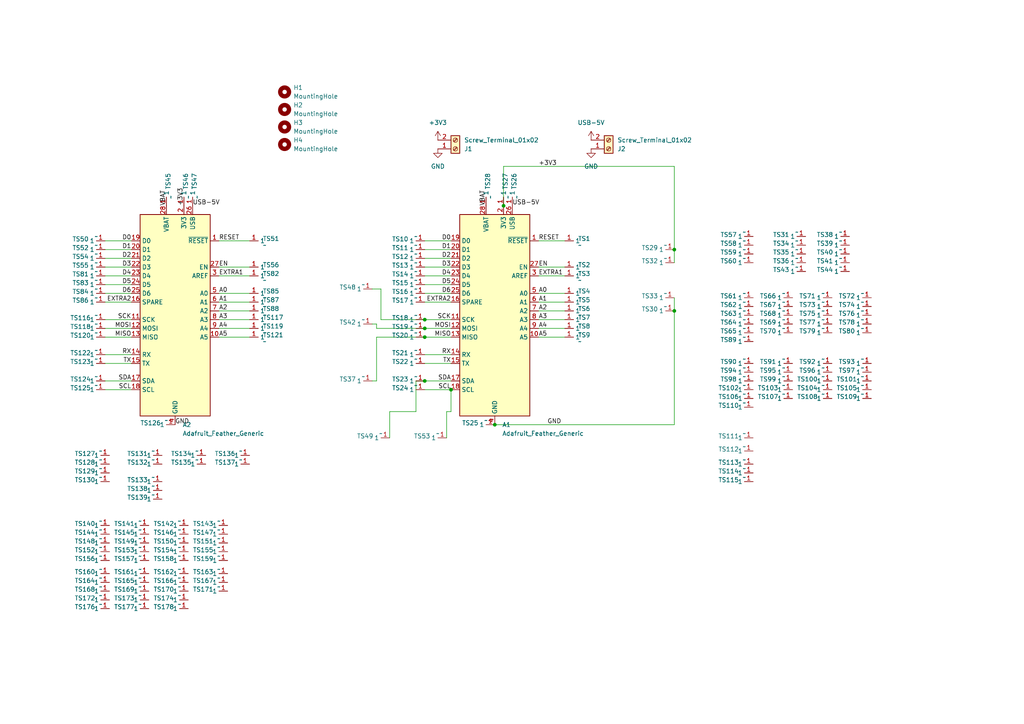
<source format=kicad_sch>
(kicad_sch (version 20250114) (generator "eeschema") (generator_version "9.0")
  (paper "A4")
  (junction (at 123.19 95.25))
  (junction (at 143.51 123.19))
  (junction (at 123.19 92.71))
  (junction (at 195.58 72.39))
  (junction (at 195.58 90.17))
  (junction (at 146.05 59.69))
  (junction (at 123.19 97.79))
  (junction (at 130.81 113.03))
  (junction (at 123.19 110.49))
  (wire (pts (xy 123.19 69.85) (xy 130.81 69.85)))
  (wire (pts (xy 123.19 92.71) (xy 130.81 92.71)))
  (wire (pts (xy 146.05 48.26) (xy 146.05 59.69)))
  (wire (pts (xy 109.22 110.49) (xy 109.22 97.79)))
  (wire (pts (xy 123.19 102.87) (xy 130.81 102.87)))
  (wire (pts (xy 123.19 82.55) (xy 130.81 82.55)))
  (wire (pts (xy 30.48 69.85) (xy 38.1 69.85)))
  (wire (pts (xy 30.48 77.47) (xy 38.1 77.47)))
  (wire (pts (xy 30.48 110.49) (xy 38.1 110.49)))
  (wire (pts (xy 129.54 119.38) (xy 130.81 119.38)))
  (wire (pts (xy 123.19 97.79) (xy 130.81 97.79)))
  (wire (pts (xy 72.39 80.01) (xy 63.5 80.01)))
  (wire (pts (xy 110.49 92.71) (xy 123.19 92.71)))
  (wire (pts (xy 163.83 95.25) (xy 156.21 95.25)))
  (wire (pts (xy 30.48 82.55) (xy 38.1 82.55)))
  (wire (pts (xy 30.48 85.09) (xy 38.1 85.09)))
  (wire (pts (xy 72.39 69.85) (xy 63.5 69.85)))
  (wire (pts (xy 195.58 72.39) (xy 195.58 76.2)))
  (wire (pts (xy 123.19 77.47) (xy 130.81 77.47)))
  (wire (pts (xy 30.48 97.79) (xy 38.1 97.79)))
  (wire (pts (xy 129.54 127) (xy 129.54 119.38)))
  (wire (pts (xy 195.58 86.36) (xy 195.58 90.17)))
  (wire (pts (xy 107.95 93.98) (xy 109.22 93.98)))
  (wire (pts (xy 113.03 119.38) (xy 120.65 119.38)))
  (wire (pts (xy 163.83 92.71) (xy 156.21 92.71)))
  (wire (pts (xy 30.48 87.63) (xy 38.1 87.63)))
  (wire (pts (xy 123.19 80.01) (xy 130.81 80.01)))
  (wire (pts (xy 72.39 77.47) (xy 63.5 77.47)))
  (wire (pts (xy 72.39 95.25) (xy 63.5 95.25)))
  (wire (pts (xy 120.65 110.49) (xy 123.19 110.49)))
  (wire (pts (xy 123.19 72.39) (xy 130.81 72.39)))
  (wire (pts (xy 130.81 119.38) (xy 130.81 113.03)))
  (wire (pts (xy 72.39 92.71) (xy 63.5 92.71)))
  (wire (pts (xy 163.83 69.85) (xy 156.21 69.85)))
  (wire (pts (xy 72.39 87.63) (xy 63.5 87.63)))
  (wire (pts (xy 109.22 95.25) (xy 123.19 95.25)))
  (wire (pts (xy 72.39 90.17) (xy 63.5 90.17)))
  (wire (pts (xy 123.19 87.63) (xy 130.81 87.63)))
  (wire (pts (xy 163.83 87.63) (xy 156.21 87.63)))
  (wire (pts (xy 163.83 80.01) (xy 156.21 80.01)))
  (wire (pts (xy 163.83 85.09) (xy 156.21 85.09)))
  (wire (pts (xy 195.58 123.19) (xy 143.51 123.19)))
  (wire (pts (xy 30.48 113.03) (xy 38.1 113.03)))
  (wire (pts (xy 30.48 74.93) (xy 38.1 74.93)))
  (wire (pts (xy 123.19 110.49) (xy 130.81 110.49)))
  (wire (pts (xy 107.95 110.49) (xy 109.22 110.49)))
  (wire (pts (xy 30.48 72.39) (xy 38.1 72.39)))
  (wire (pts (xy 30.48 92.71) (xy 38.1 92.71)))
  (wire (pts (xy 123.19 85.09) (xy 130.81 85.09)))
  (wire (pts (xy 109.22 97.79) (xy 123.19 97.79)))
  (wire (pts (xy 123.19 105.41) (xy 130.81 105.41)))
  (wire (pts (xy 163.83 77.47) (xy 156.21 77.47)))
  (wire (pts (xy 113.03 127) (xy 113.03 119.38)))
  (wire (pts (xy 123.19 95.25) (xy 130.81 95.25)))
  (wire (pts (xy 195.58 48.26) (xy 146.05 48.26)))
  (wire (pts (xy 123.19 74.93) (xy 130.81 74.93)))
  (wire (pts (xy 109.22 93.98) (xy 109.22 95.25)))
  (wire (pts (xy 30.48 95.25) (xy 38.1 95.25)))
  (wire (pts (xy 107.95 83.82) (xy 110.49 83.82)))
  (wire (pts (xy 195.58 48.26) (xy 195.58 72.39)))
  (wire (pts (xy 72.39 85.09) (xy 63.5 85.09)))
  (wire (pts (xy 30.48 102.87) (xy 38.1 102.87)))
  (wire (pts (xy 30.48 105.41) (xy 38.1 105.41)))
  (wire (pts (xy 123.19 113.03) (xy 130.81 113.03)))
  (wire (pts (xy 163.83 97.79) (xy 156.21 97.79)))
  (wire (pts (xy 110.49 83.82) (xy 110.49 92.71)))
  (wire (pts (xy 72.39 97.79) (xy 63.5 97.79)))
  (wire (pts (xy 120.65 119.38) (xy 120.65 110.49)))
  (wire (pts (xy 195.58 90.17) (xy 195.58 123.19)))
  (wire (pts (xy 163.83 90.17) (xy 156.21 90.17)))
  (wire (pts (xy 30.48 80.01) (xy 38.1 80.01)))
  (label "D5" (at 130.81 82.55 180))
  (label "TX" (at 38.1 105.41 180))
  (label "USB-5V" (at 55.88 59.69 0))
  (label "SCL" (at 38.1 113.03 180))
  (label "D4" (at 38.1 80.01 180))
  (label "D2" (at 38.1 74.93 180))
  (label "RX" (at 38.1 102.87 180))
  (label "SDA" (at 130.81 110.49 180))
  (label "D0" (at 130.81 69.85 180))
  (label "USB-5V" (at 148.59 59.69 0))
  (label "RESET" (at 156.21 69.85 0))
  (label "SDA" (at 38.1 110.49 180))
  (label "EN" (at 156.21 77.47 0))
  (label "EXTRA1" (at 63.5 80.01 0))
  (label "D1" (at 130.81 72.39 180))
  (label "A0" (at 63.5 85.09 0))
  (label "MISO" (at 38.1 97.79 180))
  (label "MISO" (at 130.81 97.79 180))
  (label "A5" (at 156.21 97.79 0))
  (label "SCL" (at 130.81 113.03 180))
  (label "D1" (at 38.1 72.39 180))
  (label "D2" (at 130.81 74.93 180))
  (label "TX" (at 130.81 105.41 180))
  (label "+3V3" (at 156.21 48.26 0))
  (label "MOSI" (at 130.81 95.25 180))
  (label "EN" (at 63.5 77.47 0))
  (label "D4" (at 130.81 80.01 180))
  (label "A1" (at 156.21 87.63 0))
  (label "D6" (at 130.81 85.09 180))
  (label "GND" (at 50.8 123.19 0))
  (label "A2" (at 156.21 90.17 0))
  (label "MOSI" (at 38.1 95.25 180))
  (label "A3" (at 63.5 92.71 0))
  (label "EXTRA2" (at 38.1 87.63 180))
  (label "+3V3" (at 53.34 59.69 90))
  (label "SCK" (at 130.81 92.71 180))
  (label "D6" (at 38.1 85.09 180))
  (label "A5" (at 63.5 97.79 0))
  (label "VBAT" (at 48.26 59.69 90))
  (label "A4" (at 156.21 95.25 0))
  (label "D5" (at 38.1 82.55 180))
  (label "D0" (at 38.1 69.85 180))
  (label "RX" (at 130.81 102.87 180))
  (label "D3" (at 38.1 77.47 180))
  (label "GND" (at 158.75 123.19 0))
  (label "VBAT" (at 140.97 59.69 90))
  (label "A3" (at 156.21 92.71 0))
  (label "A1" (at 63.5 87.63 0))
  (label "A4" (at 63.5 95.25 0))
  (label "A0" (at 156.21 85.09 0))
  (label "EXTRA2" (at 130.81 87.63 180))
  (label "D3" (at 130.81 77.47 180))
  (label "RESET" (at 63.5 69.85 0))
  (label "A2" (at 63.5 90.17 0))
  (label "SCK" (at 38.1 92.71 180))
  (label "EXTRA1" (at 156.21 80.01 0))
  (symbol (lib_id "LE Symbols:TieStrip") (at 31.75 162.56 180) (unit 1)
    (property "Reference" "TS156" (at 24.638 162.052 0))
    (property "Value" "~" (at 29.21 161.29 0))
    (property "Footprint" "LE Symbols:TieStrip-3" (effects (hide yes)))
  )
  (symbol (lib_id "LE Symbols:TieStrip") (at 46.99 142.24 180) (unit 1)
    (property "Reference" "TS138" (at 39.878 141.732 0))
    (property "Value" "~" (at 44.45 140.97 0))
    (property "Footprint" "LE Symbols:TieStrip-7" (effects (hide yes)))
  )
  (symbol (lib_id "LE Symbols:TieStrip") (at 30.48 102.87 180) (unit 1)
    (property "Reference" "TS122" (at 23.368 102.362 0))
    (property "Value" "~" (at 27.94 101.6 0))
    (property "Footprint" "LE Symbols:TieStrip-5" (effects (hide yes)))
  )
  (symbol (lib_id "LE Symbols:TieStrip") (at 218.44 107.95 180) (unit 1)
    (property "Reference" "TS94" (at 211.328 107.442 0))
    (property "Value" "~" (at 215.9 106.68 0))
    (property "Footprint" "LE Symbols:TieStrip-3" (effects (hide yes)))
  )
  (symbol (lib_id "LE Symbols:TieStrip") (at 233.68 78.74 180) (unit 1)
    (property "Reference" "TS43" (at 226.568 78.232 0))
    (property "Value" "~" (at 231.14 77.47 0))
    (property "Footprint" "LE Symbols:TieStrip-6" (effects (hide yes)))
  )
  (symbol (lib_id "LE Symbols:TieStrip") (at 30.48 113.03 180) (unit 1)
    (property "Reference" "TS125" (at 23.368 112.522 0))
    (property "Value" "~" (at 27.94 111.76 0))
    (property "Footprint" "LE Symbols:TieStrip-5" (effects (hide yes)))
  )
  (symbol (lib_id "LE Symbols:TieStrip") (at 46.99 132.08 180) (unit 1)
    (property "Reference" "TS131" (at 39.878 131.572 0))
    (property "Value" "~" (at 44.45 130.81 0))
    (property "Footprint" "LE Symbols:TieStrip-6" (effects (hide yes)))
  )
  (symbol (lib_id "LE Symbols:TieStrip") (at 229.87 113.03 180) (unit 1)
    (property "Reference" "TS103" (at 222.758 112.522 0))
    (property "Value" "~" (at 227.33 111.76 0))
    (property "Footprint" "LE Symbols:TieStrip-3" (effects (hide yes)))
  )
  (symbol (lib_id "LE Symbols:TieStrip") (at 218.44 91.44 180) (unit 1)
    (property "Reference" "TS63" (at 211.328 90.932 0))
    (property "Value" "~" (at 215.9 90.17 0))
    (property "Footprint" "LE Symbols:TieStrip-3" (effects (hide yes)))
  )
  (symbol (lib_id "LE Symbols:TieStrip") (at 43.18 176.53 180) (unit 1)
    (property "Reference" "TS177" (at 36.068 176.022 0))
    (property "Value" "~" (at 40.64 175.26 0))
    (property "Footprint" "LE Symbols:TieStrip-3" (effects (hide yes)))
  )
  (symbol (lib_id "LE Symbols:TieStrip") (at 30.48 69.85 180) (unit 1)
    (property "Reference" "TS50" (at 23.368 69.342 0))
    (property "Value" "~" (at 27.94 68.58 0))
    (property "Footprint" "LE Symbols:TieStrip-5" (effects (hide yes)))
  )
  (symbol (lib_id "LE Symbols:TieStrip") (at 43.18 173.99 180) (unit 1)
    (property "Reference" "TS173" (at 36.068 173.482 0))
    (property "Value" "~" (at 40.64 172.72 0))
    (property "Footprint" "LE Symbols:TieStrip-3" (effects (hide yes)))
  )
  (symbol (lib_id "LE Symbols:TieStrip") (at 218.44 88.9 180) (unit 1)
    (property "Reference" "TS62" (at 211.328 88.392 0))
    (property "Value" "~" (at 215.9 87.63 0))
    (property "Footprint" "LE Symbols:TieStrip-3" (effects (hide yes)))
  )
  (symbol (lib_id "LE Symbols:TieStrip") (at 123.19 87.63 180) (unit 1)
    (property "Reference" "TS17" (at 116.078 87.122 0))
    (property "Value" "~" (at 120.65 86.36 0))
    (property "Footprint" "LE Symbols:TieStrip-5" (effects (hide yes)))
  )
  (symbol (lib_id "LE Symbols:TieStrip") (at 123.19 105.41 180) (unit 1)
    (property "Reference" "TS22" (at 116.078 104.902 0))
    (property "Value" "~" (at 120.65 104.14 0))
    (property "Footprint" "LE Symbols:TieStrip-5" (effects (hide yes)))
  )
  (symbol (lib_id "LE Symbols:TieStrip") (at 54.61 166.37 180) (unit 1)
    (property "Reference" "TS162" (at 47.498 165.862 0))
    (property "Value" "~" (at 52.07 165.1 0))
    (property "Footprint" "LE Symbols:TieStrip-3" (effects (hide yes)))
  )
  (symbol (lib_id "LE Symbols:TieStrip") (at 30.48 97.79 180) (unit 1)
    (property "Reference" "TS120" (at 23.368 97.282 0))
    (property "Value" "~" (at 27.94 96.52 0))
    (property "Footprint" "LE Symbols:TieStrip-5" (effects (hide yes)))
  )
  (symbol (lib_id "LE Symbols:TieStrip") (at 233.68 73.66 180) (unit 1)
    (property "Reference" "TS35" (at 226.568 73.152 0))
    (property "Value" "~" (at 231.14 72.39 0))
    (property "Footprint" "LE Symbols:TieStrip-6" (effects (hide yes)))
  )
  (symbol (lib_id "LE Symbols:TieStrip") (at 163.83 85.09 0) (unit 1)
    (property "Reference" "TS4" (at 167.64 84.4549 0) (effects (justify left)))
    (property "Value" "~" (at 167.64 86.36 0) (effects (justify left)))
    (property "Footprint" "LE Symbols:TieStrip-5" (effects (hide yes)))
  )
  (symbol (lib_id "LE Symbols:TieStrip") (at 72.39 132.08 180) (unit 1)
    (property "Reference" "TS136" (at 65.278 131.572 0))
    (property "Value" "~" (at 69.85 130.81 0))
    (property "Footprint" "LE Symbols:TieStrip-6" (effects (hide yes)))
  )
  (symbol (lib_id "LE Symbols:TieStrip") (at 72.39 92.71 0) (unit 1)
    (property "Reference" "TS117" (at 76.2 92.0749 0) (effects (justify left)))
    (property "Value" "~" (at 76.2 93.98 0) (effects (justify left)))
    (property "Footprint" "LE Symbols:TieStrip-5" (effects (hide yes)))
  )
  (symbol (lib_id "MCU_Module:Adafruit_Feather_Generic") (at 50.8 90.17 0) (unit 1)
    (property "Reference" "A2" (at 52.9433 123.19 0) (effects (justify left)))
    (property "Value" "Adafruit_Feather_Generic" (at 52.9433 125.73 0) (effects (justify left)))
    (property "Footprint" "Module:Adafruit_Feather" (effects (hide yes)))
    (property "Datasheet" "https://cdn-learn.adafruit.com/downloads/pdf/adafruit-feather.pdf" (effects (hide yes)))
    (property "Description" "Microcontroller module in various flavor, generic symbol" (effects (hide yes)))
  )
  (symbol (lib_id "LE Symbols:TieStrip") (at 31.75 132.08 180) (unit 1)
    (property "Reference" "TS127" (at 24.638 131.572 0))
    (property "Value" "~" (at 29.21 130.81 0))
    (property "Footprint" "LE Symbols:TieStrip-6" (effects (hide yes)))
  )
  (symbol (lib_id "LE Symbols:TieStrip") (at 252.73 110.49 180) (unit 1)
    (property "Reference" "TS101" (at 245.618 109.982 0))
    (property "Value" "~" (at 250.19 109.22 0))
    (property "Footprint" "LE Symbols:TieStrip-3" (effects (hide yes)))
  )
  (symbol (lib_id "LE Symbols:TieStrip") (at 31.75 152.4 180) (unit 1)
    (property "Reference" "TS140" (at 24.638 151.892 0))
    (property "Value" "~" (at 29.21 151.13 0))
    (property "Footprint" "LE Symbols:TieStrip-3" (effects (hide yes)))
  )
  (symbol (lib_id "LE Symbols:TieStrip") (at 43.18 166.37 180) (unit 1)
    (property "Reference" "TS161" (at 36.068 165.862 0))
    (property "Value" "~" (at 40.64 165.1 0))
    (property "Footprint" "LE Symbols:TieStrip-3" (effects (hide yes)))
  )
  (symbol (lib_id "LE Symbols:TieStrip") (at 252.73 113.03 180) (unit 1)
    (property "Reference" "TS105" (at 245.618 112.522 0))
    (property "Value" "~" (at 250.19 111.76 0))
    (property "Footprint" "LE Symbols:TieStrip-3" (effects (hide yes)))
  )
  (symbol (lib_id "LE Symbols:TieStrip") (at 30.48 82.55 180) (unit 1)
    (property "Reference" "TS83" (at 23.368 82.042 0))
    (property "Value" "~" (at 27.94 81.28 0))
    (property "Footprint" "LE Symbols:TieStrip-5" (effects (hide yes)))
  )
  (symbol (lib_id "LE Symbols:TieStrip") (at 252.73 91.44 180) (unit 1)
    (property "Reference" "TS76" (at 245.618 90.932 0))
    (property "Value" "~" (at 250.19 90.17 0))
    (property "Footprint" "LE Symbols:TieStrip-3" (effects (hide yes)))
  )
  (symbol (lib_id "LE Symbols:TieStrip") (at 30.48 95.25 180) (unit 1)
    (property "Reference" "TS118" (at 23.368 94.742 0))
    (property "Value" "~" (at 27.94 93.98 0))
    (property "Footprint" "LE Symbols:TieStrip-5" (effects (hide yes)))
  )
  (symbol (lib_id "LE Symbols:TieStrip") (at 252.73 115.57 180) (unit 1)
    (property "Reference" "TS109" (at 245.618 115.062 0))
    (property "Value" "~" (at 250.19 114.3 0))
    (property "Footprint" "LE Symbols:TieStrip-3" (effects (hide yes)))
  )
  (symbol (lib_id "LE Symbols:TieStrip") (at 46.99 134.62 180) (unit 1)
    (property "Reference" "TS132" (at 39.878 134.112 0))
    (property "Value" "~" (at 44.45 133.35 0))
    (property "Footprint" "LE Symbols:TieStrip-6" (effects (hide yes)))
  )
  (symbol (lib_id "LE Symbols:TieStrip") (at 30.48 77.47 180) (unit 1)
    (property "Reference" "TS55" (at 23.368 76.962 0))
    (property "Value" "~" (at 27.94 76.2 0))
    (property "Footprint" "LE Symbols:TieStrip-5" (effects (hide yes)))
  )
  (symbol (lib_id "LE Symbols:TieStrip") (at 229.87 86.36 180) (unit 1)
    (property "Reference" "TS66" (at 222.758 85.852 0))
    (property "Value" "~" (at 227.33 85.09 0))
    (property "Footprint" "LE Symbols:TieStrip-3" (effects (hide yes)))
  )
  (symbol (lib_id "LE Symbols:TieStrip") (at 72.39 134.62 180) (unit 1)
    (property "Reference" "TS137" (at 65.278 134.112 0))
    (property "Value" "~" (at 69.85 133.35 0))
    (property "Footprint" "LE Symbols:TieStrip-6" (effects (hide yes)))
  )
  (symbol (lib_id "LE Symbols:TieStrip") (at 229.87 115.57 180) (unit 1)
    (property "Reference" "TS107" (at 222.758 115.062 0))
    (property "Value" "~" (at 227.33 114.3 0))
    (property "Footprint" "LE Symbols:TieStrip-3" (effects (hide yes)))
  )
  (symbol (lib_id "LE Symbols:TieStrip") (at 43.18 154.94 180) (unit 1)
    (property "Reference" "TS145" (at 36.068 154.432 0))
    (property "Value" "~" (at 40.64 153.67 0))
    (property "Footprint" "LE Symbols:TieStrip-3" (effects (hide yes)))
  )
  (symbol (lib_id "LE Symbols:TieStrip") (at 72.39 90.17 0) (unit 1)
    (property "Reference" "TS88" (at 76.2 89.5349 0) (effects (justify left)))
    (property "Value" "~" (at 76.2 91.44 0) (effects (justify left)))
    (property "Footprint" "LE Symbols:TieStrip-5" (effects (hide yes)))
  )
  (symbol (lib_id "LE Symbols:TieStrip") (at 30.48 74.93 180) (unit 1)
    (property "Reference" "TS54" (at 23.368 74.422 0))
    (property "Value" "~" (at 27.94 73.66 0))
    (property "Footprint" "LE Symbols:TieStrip-5" (effects (hide yes)))
  )
  (symbol (lib_id "LE Symbols:TieStrip") (at 31.75 168.91 180) (unit 1)
    (property "Reference" "TS164" (at 24.638 168.402 0))
    (property "Value" "~" (at 29.21 167.64 0))
    (property "Footprint" "LE Symbols:TieStrip-3" (effects (hide yes)))
  )
  (symbol (lib_id "LE Symbols:TieStrip") (at 123.19 82.55 180) (unit 1)
    (property "Reference" "TS15" (at 116.078 82.042 0))
    (property "Value" "~" (at 120.65 81.28 0))
    (property "Footprint" "LE Symbols:TieStrip-5" (effects (hide yes)))
  )
  (symbol (lib_id "LE Symbols:TieStrip") (at 31.75 160.02 180) (unit 1)
    (property "Reference" "TS152" (at 24.638 159.512 0))
    (property "Value" "~" (at 29.21 158.75 0))
    (property "Footprint" "LE Symbols:TieStrip-3" (effects (hide yes)))
  )
  (symbol (lib_id "LE Symbols:TieStrip") (at 246.38 78.74 180) (unit 1)
    (property "Reference" "TS44" (at 239.268 78.232 0))
    (property "Value" "~" (at 243.84 77.47 0))
    (property "Footprint" "LE Symbols:TieStrip-6" (effects (hide yes)))
  )
  (symbol (lib_id "LE Symbols:TieStrip") (at 163.83 97.79 0) (unit 1)
    (property "Reference" "TS9" (at 167.64 97.1549 0) (effects (justify left)))
    (property "Value" "~" (at 167.64 99.06 0) (effects (justify left)))
    (property "Footprint" "LE Symbols:TieStrip-5" (effects (hide yes)))
  )
  (symbol (lib_id "LE Symbols:TieStrip") (at 123.19 74.93 180) (unit 1)
    (property "Reference" "TS12" (at 116.078 74.422 0))
    (property "Value" "~" (at 120.65 73.66 0))
    (property "Footprint" "LE Symbols:TieStrip-5" (effects (hide yes)))
  )
  (symbol (lib_id "LE Symbols:TieStrip") (at 66.04 166.37 180) (unit 1)
    (property "Reference" "TS163" (at 58.928 165.862 0))
    (property "Value" "~" (at 63.5 165.1 0))
    (property "Footprint" "LE Symbols:TieStrip-3" (effects (hide yes)))
  )
  (symbol (lib_id "LE Symbols:TieStrip") (at 66.04 157.48 180) (unit 1)
    (property "Reference" "TS151" (at 58.928 156.972 0))
    (property "Value" "~" (at 63.5 156.21 0))
    (property "Footprint" "LE Symbols:TieStrip-3" (effects (hide yes)))
  )
  (symbol (lib_id "LE Symbols:TieStrip") (at 246.38 73.66 180) (unit 1)
    (property "Reference" "TS40" (at 239.268 73.152 0))
    (property "Value" "~" (at 243.84 72.39 0))
    (property "Footprint" "LE Symbols:TieStrip-6" (effects (hide yes)))
  )
  (symbol (lib_id "LE Symbols:TieStrip") (at 46.99 139.7 180) (unit 1)
    (property "Reference" "TS133" (at 39.878 139.192 0))
    (property "Value" "~" (at 44.45 138.43 0))
    (property "Footprint" "LE Symbols:TieStrip-7" (effects (hide yes)))
  )
  (symbol (lib_id "LE Symbols:TieStrip") (at 246.38 68.58 180) (unit 1)
    (property "Reference" "TS38" (at 239.268 68.072 0))
    (property "Value" "~" (at 243.84 67.31 0))
    (property "Footprint" "LE Symbols:TieStrip-6" (effects (hide yes)))
  )
  (symbol (lib_id "LE Symbols:TieStrip") (at 54.61 162.56 180) (unit 1)
    (property "Reference" "TS158" (at 47.498 162.052 0))
    (property "Value" "~" (at 52.07 161.29 0))
    (property "Footprint" "LE Symbols:TieStrip-3" (effects (hide yes)))
  )
  (symbol (lib_id "LE Symbols:TieStrip") (at 31.75 173.99 180) (unit 1)
    (property "Reference" "TS172" (at 24.638 173.482 0))
    (property "Value" "~" (at 29.21 172.72 0))
    (property "Footprint" "LE Symbols:TieStrip-3" (effects (hide yes)))
  )
  (symbol (lib_id "LE Symbols:TieStrip") (at 163.83 87.63 0) (unit 1)
    (property "Reference" "TS5" (at 167.64 86.9949 0) (effects (justify left)))
    (property "Value" "~" (at 167.64 88.9 0) (effects (justify left)))
    (property "Footprint" "LE Symbols:TieStrip-5" (effects (hide yes)))
  )
  (symbol (lib_id "power:GND") (at 127 43.18 0) (unit 1)
    (property "Reference" "#PWR01" (effects (hide yes)))
    (property "Value" "GND" (at 127 48.26 0))
    (property "Description" "Power symbol creates a global label with name \"GND\" , ground" (effects (hide yes)))
  )
  (symbol (lib_id "LE Symbols:TieStrip") (at 31.75 171.45 180) (unit 1)
    (property "Reference" "TS168" (at 24.638 170.942 0))
    (property "Value" "~" (at 29.21 170.18 0))
    (property "Footprint" "LE Symbols:TieStrip-3" (effects (hide yes)))
  )
  (symbol (lib_id "LE Symbols:TieStrip") (at 48.26 59.69 90) (unit 1)
    (property "Reference" "TS45" (at 48.768 52.578 0))
    (property "Value" "~" (at 49.53 57.15 0))
    (property "Footprint" "LE Symbols:TieStrip-5" (effects (hide yes)))
  )
  (symbol (lib_id "LE Symbols:TieStrip") (at 31.75 166.37 180) (unit 1)
    (property "Reference" "TS160" (at 24.638 165.862 0))
    (property "Value" "~" (at 29.21 165.1 0))
    (property "Footprint" "LE Symbols:TieStrip-3" (effects (hide yes)))
  )
  (symbol (lib_id "LE Symbols:TieStrip") (at 241.3 86.36 180) (unit 1)
    (property "Reference" "TS71" (at 234.188 85.852 0))
    (property "Value" "~" (at 238.76 85.09 0))
    (property "Footprint" "LE Symbols:TieStrip-3" (effects (hide yes)))
  )
  (symbol (lib_id "LE Symbols:TieStrip") (at 195.58 76.2 180) (unit 1)
    (property "Reference" "TS32" (at 188.468 75.692 0))
    (property "Value" "~" (at 193.04 74.93 0))
    (property "Footprint" "LE Symbols:TieStrip-40" (effects (hide yes)))
  )
  (symbol (lib_id "LE Symbols:TieStrip") (at 229.87 105.41 180) (unit 1)
    (property "Reference" "TS91" (at 222.758 104.902 0))
    (property "Value" "~" (at 227.33 104.14 0))
    (property "Footprint" "LE Symbols:TieStrip-3" (effects (hide yes)))
  )
  (symbol (lib_id "LE Symbols:TieStrip") (at 241.3 91.44 180) (unit 1)
    (property "Reference" "TS75" (at 234.188 90.932 0))
    (property "Value" "~" (at 238.76 90.17 0))
    (property "Footprint" "LE Symbols:TieStrip-3" (effects (hide yes)))
  )
  (symbol (lib_id "LE Symbols:TieStrip") (at 30.48 105.41 180) (unit 1)
    (property "Reference" "TS123" (at 23.368 104.902 0))
    (property "Value" "~" (at 27.94 104.14 0))
    (property "Footprint" "LE Symbols:TieStrip-5" (effects (hide yes)))
  )
  (symbol (lib_id "LE Symbols:TieStrip") (at 218.44 105.41 180) (unit 1)
    (property "Reference" "TS90" (at 211.328 104.902 0))
    (property "Value" "~" (at 215.9 104.14 0))
    (property "Footprint" "LE Symbols:TieStrip-3" (effects (hide yes)))
  )
  (symbol (lib_id "LE Symbols:TieStrip") (at 218.44 86.36 180) (unit 1)
    (property "Reference" "TS61" (at 211.328 85.852 0))
    (property "Value" "~" (at 215.9 85.09 0))
    (property "Footprint" "LE Symbols:TieStrip-3" (effects (hide yes)))
  )
  (symbol (lib_id "LE Symbols:TieStrip") (at 218.44 134.62 180) (unit 1)
    (property "Reference" "TS113" (at 211.328 134.112 0))
    (property "Value" "~" (at 215.9 133.35 0))
    (property "Footprint" "LE Symbols:TieStrip-7" (effects (hide yes)))
  )
  (symbol (lib_id "LE Symbols:TieStrip") (at 143.51 123.19 180) (unit 1)
    (property "Reference" "TS25" (at 136.398 122.682 0))
    (property "Value" "~" (at 140.97 121.92 0))
    (property "Footprint" "LE Symbols:TieStrip-5" (effects (hide yes)))
  )
  (symbol (lib_id "LE Symbols:TieStrip") (at 241.3 88.9 180) (unit 1)
    (property "Reference" "TS73" (at 234.188 88.392 0))
    (property "Value" "~" (at 238.76 87.63 0))
    (property "Footprint" "LE Symbols:TieStrip-3" (effects (hide yes)))
  )
  (symbol (lib_id "LE Symbols:TieStrip") (at 252.73 105.41 180) (unit 1)
    (property "Reference" "TS93" (at 245.618 104.902 0))
    (property "Value" "~" (at 250.19 104.14 0))
    (property "Footprint" "LE Symbols:TieStrip-3" (effects (hide yes)))
  )
  (symbol (lib_id "LE Symbols:TieStrip") (at 218.44 118.11 180) (unit 1)
    (property "Reference" "TS110" (at 211.328 117.602 0))
    (property "Value" "~" (at 215.9 116.84 0))
    (property "Footprint" "LE Symbols:TieStrip-3" (effects (hide yes)))
  )
  (symbol (lib_id "LE Symbols:TieStrip") (at 163.83 69.85 0) (unit 1)
    (property "Reference" "TS1" (at 167.64 69.2149 0) (effects (justify left)))
    (property "Value" "~" (at 167.64 71.12 0) (effects (justify left)))
    (property "Footprint" "LE Symbols:TieStrip-5" (effects (hide yes)))
  )
  (symbol (lib_id "LE Symbols:TieStrip") (at 252.73 86.36 180) (unit 1)
    (property "Reference" "TS72" (at 245.618 85.852 0))
    (property "Value" "~" (at 250.19 85.09 0))
    (property "Footprint" "LE Symbols:TieStrip-3" (effects (hide yes)))
  )
  (symbol (lib_id "LE Symbols:TieStrip") (at 54.61 152.4 180) (unit 1)
    (property "Reference" "TS142" (at 47.498 151.892 0))
    (property "Value" "~" (at 52.07 151.13 0))
    (property "Footprint" "LE Symbols:TieStrip-3" (effects (hide yes)))
  )
  (symbol (lib_id "LE Symbols:TieStrip") (at 54.61 168.91 180) (unit 1)
    (property "Reference" "TS166" (at 47.498 168.402 0))
    (property "Value" "~" (at 52.07 167.64 0))
    (property "Footprint" "LE Symbols:TieStrip-3" (effects (hide yes)))
  )
  (symbol (lib_id "LE Symbols:TieStrip") (at 123.19 80.01 180) (unit 1)
    (property "Reference" "TS14" (at 116.078 79.502 0))
    (property "Value" "~" (at 120.65 78.74 0))
    (property "Footprint" "LE Symbols:TieStrip-5" (effects (hide yes)))
  )
  (symbol (lib_id "LE Symbols:TieStrip") (at 30.48 85.09 180) (unit 1)
    (property "Reference" "TS84" (at 23.368 84.582 0))
    (property "Value" "~" (at 27.94 83.82 0))
    (property "Footprint" "LE Symbols:TieStrip-5" (effects (hide yes)))
  )
  (symbol (lib_id "LE Symbols:TieStrip") (at 54.61 160.02 180) (unit 1)
    (property "Reference" "TS154" (at 47.498 159.512 0))
    (property "Value" "~" (at 52.07 158.75 0))
    (property "Footprint" "LE Symbols:TieStrip-3" (effects (hide yes)))
  )
  (symbol (lib_id "LE Symbols:TieStrip") (at 123.19 95.25 180) (unit 1)
    (property "Reference" "TS19" (at 116.078 94.742 0))
    (property "Value" "~" (at 120.65 93.98 0))
    (property "Footprint" "LE Symbols:TieStrip-5" (effects (hide yes)))
  )
  (symbol (lib_id "Connector:Screw_Terminal_01x02") (at 176.53 43.18 0) (mirror x) (unit 1)
    (property "Reference" "J2" (at 179.07 43.1801 0) (effects (justify left)))
    (property "Value" "Screw_Terminal_01x02" (at 179.07 40.6401 0) (effects (justify left)))
    (property "Footprint" "LE Symbols:TerminalBlock_screw_2.54_left" (effects (hide yes)))
    (property "Description" "Generic screw terminal, single row, 01x02, script generated (kicad-library-utils/schlib/autogen/connector/)" (effects (hide yes)))
  )
  (symbol (lib_id "LE Symbols:TieStrip") (at 123.19 113.03 180) (unit 1)
    (property "Reference" "TS24" (at 116.078 112.522 0))
    (property "Value" "~" (at 120.65 111.76 0))
    (property "Footprint" "LE Symbols:TieStrip-5" (effects (hide yes)))
  )
  (symbol (lib_id "LE Symbols:TieStrip") (at 123.19 92.71 180) (unit 1)
    (property "Reference" "TS18" (at 116.078 92.202 0))
    (property "Value" "~" (at 120.65 91.44 0))
    (property "Footprint" "LE Symbols:TieStrip-5" (effects (hide yes)))
  )
  (symbol (lib_id "LE Symbols:TieStrip") (at 30.48 110.49 180) (unit 1)
    (property "Reference" "TS124" (at 23.368 109.982 0))
    (property "Value" "~" (at 27.94 109.22 0))
    (property "Footprint" "LE Symbols:TieStrip-5" (effects (hide yes)))
  )
  (symbol (lib_id "LE Symbols:TieStrip") (at 54.61 154.94 180) (unit 1)
    (property "Reference" "TS146" (at 47.498 154.432 0))
    (property "Value" "~" (at 52.07 153.67 0))
    (property "Footprint" "LE Symbols:TieStrip-3" (effects (hide yes)))
  )
  (symbol (lib_id "LE Symbols:TieStrip") (at 43.18 168.91 180) (unit 1)
    (property "Reference" "TS165" (at 36.068 168.402 0))
    (property "Value" "~" (at 40.64 167.64 0))
    (property "Footprint" "LE Symbols:TieStrip-3" (effects (hide yes)))
  )
  (symbol (lib_id "LE Symbols:TieStrip") (at 163.83 92.71 0) (unit 1)
    (property "Reference" "TS7" (at 167.64 92.0749 0) (effects (justify left)))
    (property "Value" "~" (at 167.64 93.98 0) (effects (justify left)))
    (property "Footprint" "LE Symbols:TieStrip-5" (effects (hide yes)))
  )
  (symbol (lib_id "LE Symbols:TieStrip") (at 218.44 73.66 180) (unit 1)
    (property "Reference" "TS59" (at 211.328 73.152 0))
    (property "Value" "~" (at 215.9 72.39 0))
    (property "Footprint" "LE Symbols:TieStrip-6" (effects (hide yes)))
  )
  (symbol (lib_id "power:+3V3") (at 171.45 40.64 0) (unit 1)
    (property "Reference" "#PWR04" (effects (hide yes)))
    (property "Value" "USB-5V" (at 171.45 35.56 0))
    (property "Description" "Power symbol creates a global label with name \"+3V3\"" (effects (hide yes)))
  )
  (symbol (lib_id "LE Symbols:TieStrip") (at 31.75 137.16 180) (unit 1)
    (property "Reference" "TS129" (at 24.638 136.652 0))
    (property "Value" "~" (at 29.21 135.89 0))
    (property "Footprint" "LE Symbols:TieStrip-6" (effects (hide yes)))
  )
  (symbol (lib_id "LE Symbols:TieStrip") (at 55.88 59.69 90) (unit 1)
    (property "Reference" "TS47" (at 56.388 52.578 0))
    (property "Value" "~" (at 57.15 57.15 0))
    (property "Footprint" "LE Symbols:TieStrip-5" (effects (hide yes)))
  )
  (symbol (lib_id "LE Symbols:TieStrip") (at 72.39 97.79 0) (unit 1)
    (property "Reference" "TS121" (at 76.2 97.1549 0) (effects (justify left)))
    (property "Value" "~" (at 76.2 99.06 0) (effects (justify left)))
    (property "Footprint" "LE Symbols:TieStrip-5" (effects (hide yes)))
  )
  (symbol (lib_id "Mechanical:MountingHole") (at 82.55 26.67 0) (unit 1) (in_bom no)
    (property "Reference" "H1" (at 85.09 25.3999 0) (effects (justify left)))
    (property "Value" "MountingHole" (at 85.09 27.9399 0) (effects (justify left)))
    (property "Footprint" "MountingHole:MountingHole_2.5mm_Pad_TopBottom" (effects (hide yes)))
    (property "Description" "Mounting Hole without connection" (effects (hide yes)))
  )
  (symbol (lib_id "LE Symbols:TieStrip") (at 148.59 59.69 90) (unit 1)
    (property "Reference" "TS26" (at 149.098 52.578 0))
    (property "Value" "~" (at 149.86 57.15 0))
    (property "Footprint" "LE Symbols:TieStrip-5" (effects (hide yes)))
  )
  (symbol (lib_id "LE Symbols:TieStrip") (at 218.44 96.52 180) (unit 1)
    (property "Reference" "TS65" (at 211.328 96.012 0))
    (property "Value" "~" (at 215.9 95.25 0))
    (property "Footprint" "LE Symbols:TieStrip-3" (effects (hide yes)))
  )
  (symbol (lib_id "LE Symbols:TieStrip") (at 252.73 96.52 180) (unit 1)
    (property "Reference" "TS80" (at 245.618 96.012 0))
    (property "Value" "~" (at 250.19 95.25 0))
    (property "Footprint" "LE Symbols:TieStrip-3" (effects (hide yes)))
  )
  (symbol (lib_id "LE Symbols:TieStrip") (at 107.95 83.82 180) (unit 1)
    (property "Reference" "TS48" (at 100.838 83.312 0))
    (property "Value" "~" (at 105.41 82.55 0))
    (property "Footprint" "LE Symbols:TieStrip-40" (effects (hide yes)))
  )
  (symbol (lib_id "LE Symbols:TieStrip") (at 129.54 127 180) (unit 1)
    (property "Reference" "TS53" (at 122.428 126.492 0))
    (property "Value" "~" (at 127 125.73 0))
    (property "Footprint" "LE Symbols:TieStrip-40" (effects (hide yes)))
  )
  (symbol (lib_id "LE Symbols:TieStrip") (at 233.68 76.2 180) (unit 1)
    (property "Reference" "TS36" (at 226.568 75.692 0))
    (property "Value" "~" (at 231.14 74.93 0))
    (property "Footprint" "LE Symbols:TieStrip-6" (effects (hide yes)))
  )
  (symbol (lib_id "LE Symbols:TieStrip") (at 72.39 69.85 0) (unit 1)
    (property "Reference" "TS51" (at 76.2 69.2149 0) (effects (justify left)))
    (property "Value" "~" (at 76.2 71.12 0) (effects (justify left)))
    (property "Footprint" "LE Symbols:TieStrip-5" (effects (hide yes)))
  )
  (symbol (lib_id "LE Symbols:TieStrip") (at 229.87 107.95 180) (unit 1)
    (property "Reference" "TS95" (at 222.758 107.442 0))
    (property "Value" "~" (at 227.33 106.68 0))
    (property "Footprint" "LE Symbols:TieStrip-3" (effects (hide yes)))
  )
  (symbol (lib_id "LE Symbols:TieStrip") (at 72.39 87.63 0) (unit 1)
    (property "Reference" "TS87" (at 76.2 86.9949 0) (effects (justify left)))
    (property "Value" "~" (at 76.2 88.9 0) (effects (justify left)))
    (property "Footprint" "LE Symbols:TieStrip-5" (effects (hide yes)))
  )
  (symbol (lib_id "LE Symbols:TieStrip") (at 31.75 157.48 180) (unit 1)
    (property "Reference" "TS148" (at 24.638 156.972 0))
    (property "Value" "~" (at 29.21 156.21 0))
    (property "Footprint" "LE Symbols:TieStrip-3" (effects (hide yes)))
  )
  (symbol (lib_id "LE Symbols:TieStrip") (at 53.34 59.69 90) (unit 1)
    (property "Reference" "TS46" (at 53.848 52.578 0))
    (property "Value" "~" (at 54.61 57.15 0))
    (property "Footprint" "LE Symbols:TieStrip-5" (effects (hide yes)))
  )
  (symbol (lib_id "LE Symbols:TieStrip") (at 218.44 99.06 180) (unit 1)
    (property "Reference" "TS89" (at 211.328 98.552 0))
    (property "Value" "~" (at 215.9 97.79 0))
    (property "Footprint" "LE Symbols:TieStrip-3" (effects (hide yes)))
  )
  (symbol (lib_id "LE Symbols:TieStrip") (at 123.19 102.87 180) (unit 1)
    (property "Reference" "TS21" (at 116.078 102.362 0))
    (property "Value" "~" (at 120.65 101.6 0))
    (property "Footprint" "LE Symbols:TieStrip-5" (effects (hide yes)))
  )
  (symbol (lib_id "LE Symbols:TieStrip") (at 229.87 93.98 180) (unit 1)
    (property "Reference" "TS69" (at 222.758 93.472 0))
    (property "Value" "~" (at 227.33 92.71 0))
    (property "Footprint" "LE Symbols:TieStrip-3" (effects (hide yes)))
  )
  (symbol (lib_id "LE Symbols:TieStrip") (at 218.44 71.12 180) (unit 1)
    (property "Reference" "TS58" (at 211.328 70.612 0))
    (property "Value" "~" (at 215.9 69.85 0))
    (property "Footprint" "LE Symbols:TieStrip-6" (effects (hide yes)))
  )
  (symbol (lib_id "LE Symbols:TieStrip") (at 66.04 160.02 180) (unit 1)
    (property "Reference" "TS155" (at 58.928 159.512 0))
    (property "Value" "~" (at 63.5 158.75 0))
    (property "Footprint" "LE Symbols:TieStrip-3" (effects (hide yes)))
  )
  (symbol (lib_id "Mechanical:MountingHole") (at 82.55 31.75 0) (unit 1) (in_bom no)
    (property "Reference" "H2" (at 85.09 30.4799 0) (effects (justify left)))
    (property "Value" "MountingHole" (at 85.09 33.0199 0) (effects (justify left)))
    (property "Footprint" "MountingHole:MountingHole_2.5mm_Pad_TopBottom" (effects (hide yes)))
    (property "Description" "Mounting Hole without connection" (effects (hide yes)))
  )
  (symbol (lib_id "LE Symbols:TieStrip") (at 233.68 68.58 180) (unit 1)
    (property "Reference" "TS31" (at 226.568 68.072 0))
    (property "Value" "~" (at 231.14 67.31 0))
    (property "Footprint" "LE Symbols:TieStrip-6" (effects (hide yes)))
  )
  (symbol (lib_id "LE Symbols:TieStrip") (at 229.87 91.44 180) (unit 1)
    (property "Reference" "TS68" (at 222.758 90.932 0))
    (property "Value" "~" (at 227.33 90.17 0))
    (property "Footprint" "LE Symbols:TieStrip-3" (effects (hide yes)))
  )
  (symbol (lib_id "LE Symbols:TieStrip") (at 107.95 110.49 180) (unit 1)
    (property "Reference" "TS37" (at 100.838 109.982 0))
    (property "Value" "~" (at 105.41 109.22 0))
    (property "Footprint" "LE Symbols:TieStrip-40" (effects (hide yes)))
  )
  (symbol (lib_id "LE Symbols:TieStrip") (at 163.83 77.47 0) (unit 1)
    (property "Reference" "TS2" (at 167.64 76.8349 0) (effects (justify left)))
    (property "Value" "~" (at 167.64 78.74 0) (effects (justify left)))
    (property "Footprint" "LE Symbols:TieStrip-5" (effects (hide yes)))
  )
  (symbol (lib_id "LE Symbols:TieStrip") (at 163.83 95.25 0) (unit 1)
    (property "Reference" "TS8" (at 167.64 94.6149 0) (effects (justify left)))
    (property "Value" "~" (at 167.64 96.52 0) (effects (justify left)))
    (property "Footprint" "LE Symbols:TieStrip-5" (effects (hide yes)))
  )
  (symbol (lib_id "LE Symbols:TieStrip") (at 140.97 59.69 90) (unit 1)
    (property "Reference" "TS28" (at 141.478 52.578 0))
    (property "Value" "~" (at 142.24 57.15 0))
    (property "Footprint" "LE Symbols:TieStrip-5" (effects (hide yes)))
  )
  (symbol (lib_id "LE Symbols:TieStrip") (at 59.69 134.62 180) (unit 1)
    (property "Reference" "TS135" (at 52.578 134.112 0))
    (property "Value" "~" (at 57.15 133.35 0))
    (property "Footprint" "LE Symbols:TieStrip-6" (effects (hide yes)))
  )
  (symbol (lib_id "LE Symbols:TieStrip") (at 163.83 90.17 0) (unit 1)
    (property "Reference" "TS6" (at 167.64 89.5349 0) (effects (justify left)))
    (property "Value" "~" (at 167.64 91.44 0) (effects (justify left)))
    (property "Footprint" "LE Symbols:TieStrip-5" (effects (hide yes)))
  )
  (symbol (lib_id "LE Symbols:TieStrip") (at 123.19 72.39 180) (unit 1)
    (property "Reference" "TS11" (at 116.078 71.882 0))
    (property "Value" "~" (at 120.65 71.12 0))
    (property "Footprint" "LE Symbols:TieStrip-5" (effects (hide yes)))
  )
  (symbol (lib_id "Mechanical:MountingHole") (at 82.55 36.83 0) (unit 1) (in_bom no)
    (property "Reference" "H3" (at 85.09 35.5599 0) (effects (justify left)))
    (property "Value" "MountingHole" (at 85.09 38.0999 0) (effects (justify left)))
    (property "Footprint" "MountingHole:MountingHole_2.5mm_Pad_TopBottom" (effects (hide yes)))
    (property "Description" "Mounting Hole without connection" (effects (hide yes)))
  )
  (symbol (lib_id "LE Symbols:TieStrip") (at 252.73 93.98 180) (unit 1)
    (property "Reference" "TS78" (at 245.618 93.472 0))
    (property "Value" "~" (at 250.19 92.71 0))
    (property "Footprint" "LE Symbols:TieStrip-3" (effects (hide yes)))
  )
  (symbol (lib_id "LE Symbols:TieStrip") (at 218.44 76.2 180) (unit 1)
    (property "Reference" "TS60" (at 211.328 75.692 0))
    (property "Value" "~" (at 215.9 74.93 0))
    (property "Footprint" "LE Symbols:TieStrip-6" (effects (hide yes)))
  )
  (symbol (lib_id "LE Symbols:TieStrip") (at 218.44 130.81 180) (unit 1)
    (property "Reference" "TS112" (at 211.328 130.302 0))
    (property "Value" "~" (at 215.9 129.54 0))
    (property "Footprint" "LE Symbols:TieStrip-7" (effects (hide yes)))
  )
  (symbol (lib_id "LE Symbols:TieStrip") (at 31.75 176.53 180) (unit 1)
    (property "Reference" "TS176" (at 24.638 176.022 0))
    (property "Value" "~" (at 29.21 175.26 0))
    (property "Footprint" "LE Symbols:TieStrip-3" (effects (hide yes)))
  )
  (symbol (lib_id "power:+3V3") (at 127 40.64 0) (unit 1)
    (property "Reference" "#PWR03" (effects (hide yes)))
    (property "Value" "+3V3" (at 127 35.56 0))
    (property "Description" "Power symbol creates a global label with name \"+3V3\"" (effects (hide yes)))
  )
  (symbol (lib_id "LE Symbols:TieStrip") (at 31.75 154.94 180) (unit 1)
    (property "Reference" "TS144" (at 24.638 154.432 0))
    (property "Value" "~" (at 29.21 153.67 0))
    (property "Footprint" "LE Symbols:TieStrip-3" (effects (hide yes)))
  )
  (symbol (lib_id "LE Symbols:TieStrip") (at 241.3 115.57 180) (unit 1)
    (property "Reference" "TS108" (at 234.188 115.062 0))
    (property "Value" "~" (at 238.76 114.3 0))
    (property "Footprint" "LE Symbols:TieStrip-3" (effects (hide yes)))
  )
  (symbol (lib_id "LE Symbols:TieStrip") (at 252.73 88.9 180) (unit 1)
    (property "Reference" "TS74" (at 245.618 88.392 0))
    (property "Value" "~" (at 250.19 87.63 0))
    (property "Footprint" "LE Symbols:TieStrip-3" (effects (hide yes)))
  )
  (symbol (lib_id "LE Symbols:TieStrip") (at 218.44 68.58 180) (unit 1)
    (property "Reference" "TS57" (at 211.328 68.072 0))
    (property "Value" "~" (at 215.9 67.31 0))
    (property "Footprint" "LE Symbols:TieStrip-6" (effects (hide yes)))
  )
  (symbol (lib_id "LE Symbols:TieStrip") (at 43.18 160.02 180) (unit 1)
    (property "Reference" "TS153" (at 36.068 159.512 0))
    (property "Value" "~" (at 40.64 158.75 0))
    (property "Footprint" "LE Symbols:TieStrip-3" (effects (hide yes)))
  )
  (symbol (lib_id "LE Symbols:TieStrip") (at 54.61 171.45 180) (unit 1)
    (property "Reference" "TS170" (at 47.498 170.942 0))
    (property "Value" "~" (at 52.07 170.18 0))
    (property "Footprint" "LE Symbols:TieStrip-3" (effects (hide yes)))
  )
  (symbol (lib_id "LE Symbols:TieStrip") (at 54.61 176.53 180) (unit 1)
    (property "Reference" "TS178" (at 47.498 176.022 0))
    (property "Value" "~" (at 52.07 175.26 0))
    (property "Footprint" "LE Symbols:TieStrip-3" (effects (hide yes)))
  )
  (symbol (lib_id "LE Symbols:TieStrip") (at 218.44 110.49 180) (unit 1)
    (property "Reference" "TS98" (at 211.328 109.982 0))
    (property "Value" "~" (at 215.9 109.22 0))
    (property "Footprint" "LE Symbols:TieStrip-3" (effects (hide yes)))
  )
  (symbol (lib_id "LE Symbols:TieStrip") (at 66.04 168.91 180) (unit 1)
    (property "Reference" "TS167" (at 58.928 168.402 0))
    (property "Value" "~" (at 63.5 167.64 0))
    (property "Footprint" "LE Symbols:TieStrip-3" (effects (hide yes)))
  )
  (symbol (lib_id "LE Symbols:TieStrip") (at 46.99 144.78 180) (unit 1)
    (property "Reference" "TS139" (at 39.878 144.272 0))
    (property "Value" "~" (at 44.45 143.51 0))
    (property "Footprint" "LE Symbols:TieStrip-7" (effects (hide yes)))
  )
  (symbol (lib_id "LE Symbols:TieStrip") (at 43.18 152.4 180) (unit 1)
    (property "Reference" "TS141" (at 36.068 151.892 0))
    (property "Value" "~" (at 40.64 151.13 0))
    (property "Footprint" "LE Symbols:TieStrip-3" (effects (hide yes)))
  )
  (symbol (lib_id "LE Symbols:TieStrip") (at 50.8 123.19 180) (unit 1)
    (property "Reference" "TS126" (at 43.688 122.682 0))
    (property "Value" "~" (at 48.26 121.92 0))
    (property "Footprint" "LE Symbols:TieStrip-5" (effects (hide yes)))
  )
  (symbol (lib_id "LE Symbols:TieStrip") (at 30.48 72.39 180) (unit 1)
    (property "Reference" "TS52" (at 23.368 71.882 0))
    (property "Value" "~" (at 27.94 71.12 0))
    (property "Footprint" "LE Symbols:TieStrip-5" (effects (hide yes)))
  )
  (symbol (lib_id "LE Symbols:TieStrip") (at 123.19 69.85 180) (unit 1)
    (property "Reference" "TS10" (at 116.078 69.342 0))
    (property "Value" "~" (at 120.65 68.58 0))
    (property "Footprint" "LE Symbols:TieStrip-5" (effects (hide yes)))
  )
  (symbol (lib_id "LE Symbols:TieStrip") (at 246.38 71.12 180) (unit 1)
    (property "Reference" "TS39" (at 239.268 70.612 0))
    (property "Value" "~" (at 243.84 69.85 0))
    (property "Footprint" "LE Symbols:TieStrip-6" (effects (hide yes)))
  )
  (symbol (lib_id "LE Symbols:TieStrip") (at 218.44 137.16 180) (unit 1)
    (property "Reference" "TS114" (at 211.328 136.652 0))
    (property "Value" "~" (at 215.9 135.89 0))
    (property "Footprint" "LE Symbols:TieStrip-7" (effects (hide yes)))
  )
  (symbol (lib_id "LE Symbols:TieStrip") (at 218.44 93.98 180) (unit 1)
    (property "Reference" "TS64" (at 211.328 93.472 0))
    (property "Value" "~" (at 215.9 92.71 0))
    (property "Footprint" "LE Symbols:TieStrip-3" (effects (hide yes)))
  )
  (symbol (lib_id "LE Symbols:TieStrip") (at 241.3 105.41 180) (unit 1)
    (property "Reference" "TS92" (at 234.188 104.902 0))
    (property "Value" "~" (at 238.76 104.14 0))
    (property "Footprint" "LE Symbols:TieStrip-3" (effects (hide yes)))
  )
  (symbol (lib_id "LE Symbols:TieStrip") (at 30.48 80.01 180) (unit 1)
    (property "Reference" "TS81" (at 23.368 79.502 0))
    (property "Value" "~" (at 27.94 78.74 0))
    (property "Footprint" "LE Symbols:TieStrip-5" (effects (hide yes)))
  )
  (symbol (lib_id "LE Symbols:TieStrip") (at 229.87 96.52 180) (unit 1)
    (property "Reference" "TS70" (at 222.758 96.012 0))
    (property "Value" "~" (at 227.33 95.25 0))
    (property "Footprint" "LE Symbols:TieStrip-3" (effects (hide yes)))
  )
  (symbol (lib_id "LE Symbols:TieStrip") (at 123.19 110.49 180) (unit 1)
    (property "Reference" "TS23" (at 116.078 109.982 0))
    (property "Value" "~" (at 120.65 109.22 0))
    (property "Footprint" "LE Symbols:TieStrip-5" (effects (hide yes)))
  )
  (symbol (lib_id "LE Symbols:TieStrip") (at 195.58 90.17 180) (unit 1)
    (property "Reference" "TS30" (at 188.468 89.662 0))
    (property "Value" "~" (at 193.04 88.9 0))
    (property "Footprint" "LE Symbols:TieStrip-40" (effects (hide yes)))
  )
  (symbol (lib_id "LE Symbols:TieStrip") (at 218.44 113.03 180) (unit 1)
    (property "Reference" "TS102" (at 211.328 112.522 0))
    (property "Value" "~" (at 215.9 111.76 0))
    (property "Footprint" "LE Symbols:TieStrip-3" (effects (hide yes)))
  )
  (symbol (lib_id "LE Symbols:TieStrip") (at 72.39 95.25 0) (unit 1)
    (property "Reference" "TS119" (at 76.2 94.6149 0) (effects (justify left)))
    (property "Value" "~" (at 76.2 96.52 0) (effects (justify left)))
    (property "Footprint" "LE Symbols:TieStrip-5" (effects (hide yes)))
  )
  (symbol (lib_id "LE Symbols:TieStrip") (at 195.58 72.39 180) (unit 1)
    (property "Reference" "TS29" (at 188.468 71.882 0))
    (property "Value" "~" (at 193.04 71.12 0))
    (property "Footprint" "LE Symbols:TieStrip-40" (effects (hide yes)))
  )
  (symbol (lib_id "LE Symbols:TieStrip") (at 66.04 162.56 180) (unit 1)
    (property "Reference" "TS159" (at 58.928 162.052 0))
    (property "Value" "~" (at 63.5 161.29 0))
    (property "Footprint" "LE Symbols:TieStrip-3" (effects (hide yes)))
  )
  (symbol (lib_id "LE Symbols:TieStrip") (at 252.73 107.95 180) (unit 1)
    (property "Reference" "TS97" (at 245.618 107.442 0))
    (property "Value" "~" (at 250.19 106.68 0))
    (property "Footprint" "LE Symbols:TieStrip-3" (effects (hide yes)))
  )
  (symbol (lib_id "LE Symbols:TieStrip") (at 59.69 132.08 180) (unit 1)
    (property "Reference" "TS134" (at 52.578 131.572 0))
    (property "Value" "~" (at 57.15 130.81 0))
    (property "Footprint" "LE Symbols:TieStrip-6" (effects (hide yes)))
  )
  (symbol (lib_id "LE Symbols:TieStrip") (at 123.19 77.47 180) (unit 1)
    (property "Reference" "TS13" (at 116.078 76.962 0))
    (property "Value" "~" (at 120.65 76.2 0))
    (property "Footprint" "LE Symbols:TieStrip-5" (effects (hide yes)))
  )
  (symbol (lib_id "LE Symbols:TieStrip") (at 72.39 80.01 0) (unit 1)
    (property "Reference" "TS82" (at 76.2 79.3749 0) (effects (justify left)))
    (property "Value" "~" (at 76.2 81.28 0) (effects (justify left)))
    (property "Footprint" "LE Symbols:TieStrip-5" (effects (hide yes)))
  )
  (symbol (lib_id "LE Symbols:TieStrip") (at 66.04 154.94 180) (unit 1)
    (property "Reference" "TS147" (at 58.928 154.432 0))
    (property "Value" "~" (at 63.5 153.67 0))
    (property "Footprint" "LE Symbols:TieStrip-3" (effects (hide yes)))
  )
  (symbol (lib_id "LE Symbols:TieStrip") (at 43.18 171.45 180) (unit 1)
    (property "Reference" "TS169" (at 36.068 170.942 0))
    (property "Value" "~" (at 40.64 170.18 0))
    (property "Footprint" "LE Symbols:TieStrip-3" (effects (hide yes)))
  )
  (symbol (lib_id "LE Symbols:TieStrip") (at 43.18 162.56 180) (unit 1)
    (property "Reference" "TS157" (at 36.068 162.052 0))
    (property "Value" "~" (at 40.64 161.29 0))
    (property "Footprint" "LE Symbols:TieStrip-3" (effects (hide yes)))
  )
  (symbol (lib_id "LE Symbols:TieStrip") (at 30.48 87.63 180) (unit 1)
    (property "Reference" "TS86" (at 23.368 87.122 0))
    (property "Value" "~" (at 27.94 86.36 0))
    (property "Footprint" "LE Symbols:TieStrip-5" (effects (hide yes)))
  )
  (symbol (lib_id "LE Symbols:TieStrip") (at 113.03 127 180) (unit 1)
    (property "Reference" "TS49" (at 105.918 126.492 0))
    (property "Value" "~" (at 110.49 125.73 0))
    (property "Footprint" "LE Symbols:TieStrip-40" (effects (hide yes)))
  )
  (symbol (lib_id "LE Symbols:TieStrip") (at 233.68 71.12 180) (unit 1)
    (property "Reference" "TS34" (at 226.568 70.612 0))
    (property "Value" "~" (at 231.14 69.85 0))
    (property "Footprint" "LE Symbols:TieStrip-6" (effects (hide yes)))
  )
  (symbol (lib_id "LE Symbols:TieStrip") (at 218.44 127 180) (unit 1)
    (property "Reference" "TS111" (at 211.328 126.492 0))
    (property "Value" "~" (at 215.9 125.73 0))
    (property "Footprint" "LE Symbols:TieStrip-7" (effects (hide yes)))
  )
  (symbol (lib_id "LE Symbols:TieStrip") (at 146.05 59.69 90) (unit 1)
    (property "Reference" "TS27" (at 146.558 52.578 0))
    (property "Value" "~" (at 147.32 57.15 0))
    (property "Footprint" "LE Symbols:TieStrip-5" (effects (hide yes)))
  )
  (symbol (lib_id "LE Symbols:TieStrip") (at 43.18 157.48 180) (unit 1)
    (property "Reference" "TS149" (at 36.068 156.972 0))
    (property "Value" "~" (at 40.64 156.21 0))
    (property "Footprint" "LE Symbols:TieStrip-3" (effects (hide yes)))
  )
  (symbol (lib_id "LE Symbols:TieStrip") (at 66.04 171.45 180) (unit 1)
    (property "Reference" "TS171" (at 58.928 170.942 0))
    (property "Value" "~" (at 63.5 170.18 0))
    (property "Footprint" "LE Symbols:TieStrip-3" (effects (hide yes)))
  )
  (symbol (lib_id "LE Symbols:TieStrip") (at 123.19 97.79 180) (unit 1)
    (property "Reference" "TS20" (at 116.078 97.282 0))
    (property "Value" "~" (at 120.65 96.52 0))
    (property "Footprint" "LE Symbols:TieStrip-5" (effects (hide yes)))
  )
  (symbol (lib_id "LE Symbols:TieStrip") (at 54.61 157.48 180) (unit 1)
    (property "Reference" "TS150" (at 47.498 156.972 0))
    (property "Value" "~" (at 52.07 156.21 0))
    (property "Footprint" "LE Symbols:TieStrip-3" (effects (hide yes)))
  )
  (symbol (lib_id "power:GND") (at 171.45 43.18 0) (unit 1)
    (property "Reference" "#PWR02" (effects (hide yes)))
    (property "Value" "GND" (at 171.45 48.26 0))
    (property "Description" "Power symbol creates a global label with name \"GND\" , ground" (effects (hide yes)))
  )
  (symbol (lib_id "Connector:Screw_Terminal_01x02") (at 132.08 43.18 0) (mirror x) (unit 1)
    (property "Reference" "J1" (at 134.62 43.1801 0) (effects (justify left)))
    (property "Value" "Screw_Terminal_01x02" (at 134.62 40.6401 0) (effects (justify left)))
    (property "Footprint" "LE Symbols:TerminalBlock_screw_2.54_left" (effects (hide yes)))
    (property "Description" "Generic screw terminal, single row, 01x02, script generated (kicad-library-utils/schlib/autogen/connector/)" (effects (hide yes)))
  )
  (symbol (lib_id "LE Symbols:TieStrip") (at 218.44 139.7 180) (unit 1)
    (property "Reference" "TS115" (at 211.328 139.192 0))
    (property "Value" "~" (at 215.9 138.43 0))
    (property "Footprint" "LE Symbols:TieStrip-7" (effects (hide yes)))
  )
  (symbol (lib_id "LE Symbols:TieStrip") (at 229.87 88.9 180) (unit 1)
    (property "Reference" "TS67" (at 222.758 88.392 0))
    (property "Value" "~" (at 227.33 87.63 0))
    (property "Footprint" "LE Symbols:TieStrip-3" (effects (hide yes)))
  )
  (symbol (lib_id "LE Symbols:TieStrip") (at 218.44 115.57 180) (unit 1)
    (property "Reference" "TS106" (at 211.328 115.062 0))
    (property "Value" "~" (at 215.9 114.3 0))
    (property "Footprint" "LE Symbols:TieStrip-3" (effects (hide yes)))
  )
  (symbol (lib_id "LE Symbols:TieStrip") (at 241.3 113.03 180) (unit 1)
    (property "Reference" "TS104" (at 234.188 112.522 0))
    (property "Value" "~" (at 238.76 111.76 0))
    (property "Footprint" "LE Symbols:TieStrip-3" (effects (hide yes)))
  )
  (symbol (lib_id "LE Symbols:TieStrip") (at 241.3 93.98 180) (unit 1)
    (property "Reference" "TS77" (at 234.188 93.472 0))
    (property "Value" "~" (at 238.76 92.71 0))
    (property "Footprint" "LE Symbols:TieStrip-3" (effects (hide yes)))
  )
  (symbol (lib_id "MCU_Module:Adafruit_Feather_Generic") (at 143.51 90.17 0) (unit 1)
    (property "Reference" "A1" (at 145.6533 123.19 0) (effects (justify left)))
    (property "Value" "Adafruit_Feather_Generic" (at 145.6533 125.73 0) (effects (justify left)))
    (property "Footprint" "Module:Adafruit_Feather" (effects (hide yes)))
    (property "Datasheet" "https://cdn-learn.adafruit.com/downloads/pdf/adafruit-feather.pdf" (effects (hide yes)))
    (property "Description" "Microcontroller module in various flavor, generic symbol" (effects (hide yes)))
  )
  (symbol (lib_id "LE Symbols:TieStrip") (at 241.3 107.95 180) (unit 1)
    (property "Reference" "TS96" (at 234.188 107.442 0))
    (property "Value" "~" (at 238.76 106.68 0))
    (property "Footprint" "LE Symbols:TieStrip-3" (effects (hide yes)))
  )
  (symbol (lib_id "LE Symbols:TieStrip") (at 246.38 76.2 180) (unit 1)
    (property "Reference" "TS41" (at 239.268 75.692 0))
    (property "Value" "~" (at 243.84 74.93 0))
    (property "Footprint" "LE Symbols:TieStrip-6" (effects (hide yes)))
  )
  (symbol (lib_id "LE Symbols:TieStrip") (at 241.3 96.52 180) (unit 1)
    (property "Reference" "TS79" (at 234.188 96.012 0))
    (property "Value" "~" (at 238.76 95.25 0))
    (property "Footprint" "LE Symbols:TieStrip-3" (effects (hide yes)))
  )
  (symbol (lib_id "LE Symbols:TieStrip") (at 31.75 134.62 180) (unit 1)
    (property "Reference" "TS128" (at 24.638 134.112 0))
    (property "Value" "~" (at 29.21 133.35 0))
    (property "Footprint" "LE Symbols:TieStrip-6" (effects (hide yes)))
  )
  (symbol (lib_id "LE Symbols:TieStrip") (at 195.58 86.36 180) (unit 1)
    (property "Reference" "TS33" (at 188.468 85.852 0))
    (property "Value" "~" (at 193.04 85.09 0))
    (property "Footprint" "LE Symbols:TieStrip-40" (effects (hide yes)))
  )
  (symbol (lib_id "LE Symbols:TieStrip") (at 72.39 77.47 0) (unit 1)
    (property "Reference" "TS56" (at 76.2 76.8349 0) (effects (justify left)))
    (property "Value" "~" (at 76.2 78.74 0) (effects (justify left)))
    (property "Footprint" "LE Symbols:TieStrip-5" (effects (hide yes)))
  )
  (symbol (lib_id "LE Symbols:TieStrip") (at 66.04 152.4 180) (unit 1)
    (property "Reference" "TS143" (at 58.928 151.892 0))
    (property "Value" "~" (at 63.5 151.13 0))
    (property "Footprint" "LE Symbols:TieStrip-3" (effects (hide yes)))
  )
  (symbol (lib_id "LE Symbols:TieStrip") (at 229.87 110.49 180) (unit 1)
    (property "Reference" "TS99" (at 222.758 109.982 0))
    (property "Value" "~" (at 227.33 109.22 0))
    (property "Footprint" "LE Symbols:TieStrip-3" (effects (hide yes)))
  )
  (symbol (lib_id "LE Symbols:TieStrip") (at 163.83 80.01 0) (unit 1)
    (property "Reference" "TS3" (at 167.64 79.3749 0) (effects (justify left)))
    (property "Value" "~" (at 167.64 81.28 0) (effects (justify left)))
    (property "Footprint" "LE Symbols:TieStrip-5" (effects (hide yes)))
  )
  (symbol (lib_id "LE Symbols:TieStrip") (at 54.61 173.99 180) (unit 1)
    (property "Reference" "TS174" (at 47.498 173.482 0))
    (property "Value" "~" (at 52.07 172.72 0))
    (property "Footprint" "LE Symbols:TieStrip-3" (effects (hide yes)))
  )
  (symbol (lib_id "LE Symbols:TieStrip") (at 72.39 85.09 0) (unit 1)
    (property "Reference" "TS85" (at 76.2 84.4549 0) (effects (justify left)))
    (property "Value" "~" (at 76.2 86.36 0) (effects (justify left)))
    (property "Footprint" "LE Symbols:TieStrip-5" (effects (hide yes)))
  )
  (symbol (lib_id "LE Symbols:TieStrip") (at 241.3 110.49 180) (unit 1)
    (property "Reference" "TS100" (at 234.188 109.982 0))
    (property "Value" "~" (at 238.76 109.22 0))
    (property "Footprint" "LE Symbols:TieStrip-3" (effects (hide yes)))
  )
  (symbol (lib_id "LE Symbols:TieStrip") (at 107.95 93.98 180) (unit 1)
    (property "Reference" "TS42" (at 100.838 93.472 0))
    (property "Value" "~" (at 105.41 92.71 0))
    (property "Footprint" "LE Symbols:TieStrip-40" (effects (hide yes)))
  )
  (symbol (lib_id "LE Symbols:TieStrip") (at 31.75 139.7 180) (unit 1)
    (property "Reference" "TS130" (at 24.638 139.192 0))
    (property "Value" "~" (at 29.21 138.43 0))
    (property "Footprint" "LE Symbols:TieStrip-6" (effects (hide yes)))
  )
  (symbol (lib_id "Mechanical:MountingHole") (at 82.55 41.91 0) (unit 1) (in_bom no)
    (property "Reference" "H4" (at 85.09 40.6399 0) (effects (justify left)))
    (property "Value" "MountingHole" (at 85.09 43.1799 0) (effects (justify left)))
    (property "Footprint" "MountingHole:MountingHole_2.5mm_Pad_TopBottom" (effects (hide yes)))
    (property "Description" "Mounting Hole without connection" (effects (hide yes)))
  )
  (symbol (lib_id "LE Symbols:TieStrip") (at 30.48 92.71 180) (unit 1)
    (property "Reference" "TS116" (at 23.368 92.202 0))
    (property "Value" "~" (at 27.94 91.44 0))
    (property "Footprint" "LE Symbols:TieStrip-5" (effects (hide yes)))
  )
  (symbol (lib_id "LE Symbols:TieStrip") (at 123.19 85.09 180) (unit 1)
    (property "Reference" "TS16" (at 116.078 84.582 0))
    (property "Value" "~" (at 120.65 83.82 0))
    (property "Footprint" "LE Symbols:TieStrip-5" (effects (hide yes)))
  )
)
</source>
